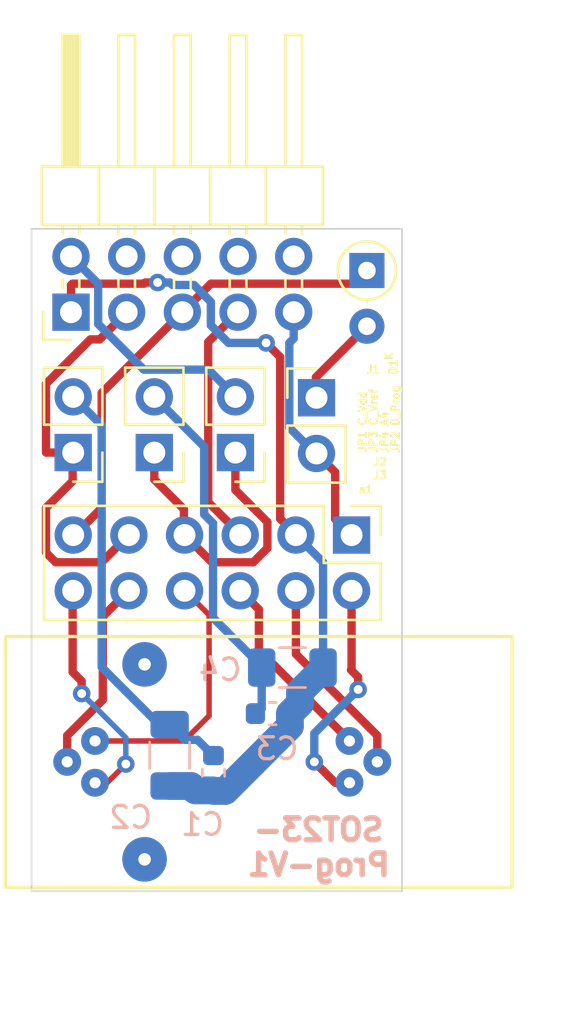
<source format=kicad_pcb>
(kicad_pcb (version 20171130) (host pcbnew 5.0.2-bee76a0~70~ubuntu18.04.1)

  (general
    (thickness 1.6)
    (drawings 6)
    (tracks 130)
    (zones 0)
    (modules 12)
    (nets 21)
  )

  (page A4)
  (layers
    (0 F.Cu signal)
    (31 B.Cu signal)
    (32 B.Adhes user)
    (33 F.Adhes user)
    (34 B.Paste user)
    (35 F.Paste user)
    (36 B.SilkS user)
    (37 F.SilkS user)
    (38 B.Mask user)
    (39 F.Mask user)
    (40 Dwgs.User user)
    (41 Cmts.User user)
    (42 Eco1.User user)
    (43 Eco2.User user)
    (44 Edge.Cuts user)
    (45 Margin user)
    (46 B.CrtYd user)
    (47 F.CrtYd user)
    (48 B.Fab user)
    (49 F.Fab user)
  )

  (setup
    (last_trace_width 0.25)
    (user_trace_width 0.381)
    (user_trace_width 1.27)
    (trace_clearance 0.2)
    (zone_clearance 0.508)
    (zone_45_only no)
    (trace_min 0.1778)
    (segment_width 0.2)
    (edge_width 0.762)
    (via_size 0.8)
    (via_drill 0.4)
    (via_min_size 0.508)
    (via_min_drill 0.254)
    (uvia_size 0.3)
    (uvia_drill 0.1)
    (uvias_allowed no)
    (uvia_min_size 0.2)
    (uvia_min_drill 0.1)
    (pcb_text_width 0.3)
    (pcb_text_size 1.5 1.5)
    (mod_edge_width 0.15)
    (mod_text_size 1 1)
    (mod_text_width 0.15)
    (pad_size 1.524 1.524)
    (pad_drill 0.762)
    (pad_to_mask_clearance 0.051)
    (solder_mask_min_width 0.1016)
    (aux_axis_origin 0 0)
    (visible_elements FFFFFF7F)
    (pcbplotparams
      (layerselection 0x010fc_ffffffff)
      (usegerberextensions false)
      (usegerberattributes false)
      (usegerberadvancedattributes false)
      (creategerberjobfile false)
      (excludeedgelayer true)
      (linewidth 0.100000)
      (plotframeref false)
      (viasonmask false)
      (mode 1)
      (useauxorigin false)
      (hpglpennumber 1)
      (hpglpenspeed 20)
      (hpglpendiameter 15.000000)
      (psnegative false)
      (psa4output false)
      (plotreference true)
      (plotvalue true)
      (plotinvisibletext false)
      (padsonsilk false)
      (subtractmaskfromsilk false)
      (outputformat 1)
      (mirror false)
      (drillshape 1)
      (scaleselection 1)
      (outputdirectory ""))
  )

  (net 0 "")
  (net 1 "Net-(J1-Pad9)")
  (net 2 "Net-(J2-Padb1)")
  (net 3 "Net-(C1-Pad2)")
  (net 4 "Net-(J2-Padb2)")
  (net 5 "Net-(J1-Pad7)")
  (net 6 "Net-(J2-Padb3)")
  (net 7 "Net-(J2-Pada4)")
  (net 8 "Net-(J2-Padb4)")
  (net 9 "Net-(J1-Pad3)")
  (net 10 "Net-(J2-Padb5)")
  (net 11 "Net-(J2-Padb6)")
  (net 12 "Net-(D1-Pad2)")
  (net 13 "Net-(D1-Pad1)")
  (net 14 "Net-(J1-Pad2)")
  (net 15 "Net-(J1-Pad4)")
  (net 16 "Net-(J1-Pad6)")
  (net 17 "Net-(J1-Pad8)")
  (net 18 "Net-(J1-Pad10)")
  (net 19 "Net-(C1-Pad1)")
  (net 20 "Net-(C3-Pad1)")

  (net_class Default "This is the default net class."
    (clearance 0.2)
    (trace_width 0.25)
    (via_dia 0.8)
    (via_drill 0.4)
    (uvia_dia 0.3)
    (uvia_drill 0.1)
    (add_net "Net-(C1-Pad1)")
    (add_net "Net-(C1-Pad2)")
    (add_net "Net-(C3-Pad1)")
    (add_net "Net-(D1-Pad1)")
    (add_net "Net-(D1-Pad2)")
    (add_net "Net-(J1-Pad10)")
    (add_net "Net-(J1-Pad2)")
    (add_net "Net-(J1-Pad3)")
    (add_net "Net-(J1-Pad4)")
    (add_net "Net-(J1-Pad6)")
    (add_net "Net-(J1-Pad7)")
    (add_net "Net-(J1-Pad8)")
    (add_net "Net-(J1-Pad9)")
    (add_net "Net-(J2-Pada4)")
    (add_net "Net-(J2-Padb1)")
    (add_net "Net-(J2-Padb2)")
    (add_net "Net-(J2-Padb3)")
    (add_net "Net-(J2-Padb4)")
    (add_net "Net-(J2-Padb5)")
    (add_net "Net-(J2-Padb6)")
  )

  (module Diode_THT:D_DO-35_SOD27_P2.54mm_Vertical_AnodeUp (layer F.Cu) (tedit 5D11B411) (tstamp 5D2483F5)
    (at 137.8 75 270)
    (descr "Diode, DO-35_SOD27 series, Axial, Vertical, pin pitch=2.54mm, , length*diameter=4*2mm^2, , http://www.diodes.com/_files/packages/DO-35.pdf")
    (tags "Diode DO-35_SOD27 series Axial Vertical pin pitch 2.54mm  length 4mm diameter 2mm")
    (path /5D116AF5)
    (fp_text reference D1 (at 4.4 -1.2 270) (layer F.SilkS)
      (effects (font (size 0.354 0.354) (thickness 0.0885)))
    )
    (fp_text value DIODE (at 1.27 3.215371 270) (layer F.Fab)
      (effects (font (size 1 1) (thickness 0.15)))
    )
    (fp_circle (center 0 0) (end 1 0) (layer F.Fab) (width 0.1))
    (fp_circle (center 0 0) (end 1.326371 0) (layer F.SilkS) (width 0.12))
    (fp_line (start 0 0) (end 2.54 0) (layer F.Fab) (width 0.1))
    (fp_line (start 1.326371 0) (end 1.44 0) (layer F.SilkS) (width 0.12))
    (fp_line (start -1.25 -1.25) (end -1.25 1.25) (layer F.CrtYd) (width 0.05))
    (fp_line (start -1.25 1.25) (end 3.59 1.25) (layer F.CrtYd) (width 0.05))
    (fp_line (start 3.59 1.25) (end 3.59 -1.25) (layer F.CrtYd) (width 0.05))
    (fp_line (start 3.59 -1.25) (end -1.25 -1.25) (layer F.CrtYd) (width 0.05))
    (fp_text user %R (at 1.27 -2.326371 270) (layer F.Fab)
      (effects (font (size 1 1) (thickness 0.15)))
    )
    (fp_text user K (at 3.9 -1 270) (layer F.Fab)
      (effects (font (size 0.354 0.354) (thickness 0.0885)))
    )
    (fp_text user K (at 3.9 -1 270) (layer F.SilkS)
      (effects (font (size 0.354 0.354) (thickness 0.0885)))
    )
    (pad 1 thru_hole rect (at 0 0 270) (size 1.6 1.6) (drill 0.8) (layers *.Cu *.Mask)
      (net 13 "Net-(D1-Pad1)"))
    (pad 2 thru_hole oval (at 2.54 0 270) (size 1.6 1.6) (drill 0.8) (layers *.Cu *.Mask)
      (net 12 "Net-(D1-Pad2)"))
    (model ${KISYS3DMOD}/Diode_THT.3dshapes/D_DO-35_SOD27_P2.54mm_Vertical_AnodeUp.wrl
      (at (xyz 0 0 0))
      (scale (xyz 1 1 1))
      (rotate (xyz 0 0 0))
    )
  )

  (module Connector_PinHeader_2.54mm:PinHeader_1x02_P2.54mm_Vertical (layer F.Cu) (tedit 5D11B523) (tstamp 5D24686F)
    (at 131.8 83.3 180)
    (descr "Through hole straight pin header, 1x02, 2.54mm pitch, single row")
    (tags "Through hole pin header THT 1x02 2.54mm single row")
    (path /5D12AE1B)
    (fp_text reference "JP4 A4" (at -6.8 0.925 270) (layer F.SilkS)
      (effects (font (size 0.354 0.354) (thickness 0.0885)))
    )
    (fp_text value Conn_a4 (at 0 4.87 180) (layer F.Fab)
      (effects (font (size 1 1) (thickness 0.15)))
    )
    (fp_line (start -0.635 -1.27) (end 1.27 -1.27) (layer F.Fab) (width 0.1))
    (fp_line (start 1.27 -1.27) (end 1.27 3.81) (layer F.Fab) (width 0.1))
    (fp_line (start 1.27 3.81) (end -1.27 3.81) (layer F.Fab) (width 0.1))
    (fp_line (start -1.27 3.81) (end -1.27 -0.635) (layer F.Fab) (width 0.1))
    (fp_line (start -1.27 -0.635) (end -0.635 -1.27) (layer F.Fab) (width 0.1))
    (fp_line (start -1.33 3.87) (end 1.33 3.87) (layer F.SilkS) (width 0.12))
    (fp_line (start -1.33 1.27) (end -1.33 3.87) (layer F.SilkS) (width 0.12))
    (fp_line (start 1.33 1.27) (end 1.33 3.87) (layer F.SilkS) (width 0.12))
    (fp_line (start -1.33 1.27) (end 1.33 1.27) (layer F.SilkS) (width 0.12))
    (fp_line (start -1.33 0) (end -1.33 -1.33) (layer F.SilkS) (width 0.12))
    (fp_line (start -1.33 -1.33) (end 0 -1.33) (layer F.SilkS) (width 0.12))
    (fp_line (start -1.8 -1.8) (end -1.8 4.35) (layer F.CrtYd) (width 0.05))
    (fp_line (start -1.8 4.35) (end 1.8 4.35) (layer F.CrtYd) (width 0.05))
    (fp_line (start 1.8 4.35) (end 1.8 -1.8) (layer F.CrtYd) (width 0.05))
    (fp_line (start 1.8 -1.8) (end -1.8 -1.8) (layer F.CrtYd) (width 0.05))
    (fp_text user %R (at 0 1.27 -90) (layer F.Fab)
      (effects (font (size 1 1) (thickness 0.15)))
    )
    (pad 1 thru_hole rect (at 0 0 180) (size 1.7 1.7) (drill 1) (layers *.Cu *.Mask)
      (net 7 "Net-(J2-Pada4)"))
    (pad 2 thru_hole oval (at 0 2.54 180) (size 1.7 1.7) (drill 1) (layers *.Cu *.Mask)
      (net 14 "Net-(J1-Pad2)"))
    (model ${KISYS3DMOD}/Connector_PinHeader_2.54mm.3dshapes/PinHeader_1x02_P2.54mm_Vertical.wrl
      (at (xyz 0 0 0))
      (scale (xyz 1 1 1))
      (rotate (xyz 0 0 0))
    )
  )

  (module sot23-prog-v1:wells-499-p44-20 (layer F.Cu) (tedit 5D11B1E0) (tstamp 5D24C101)
    (at 131.2 97.4 90)
    (path /5D115B6F)
    (fp_text reference J3 (at 13.075 7.2 180) (layer F.SilkS)
      (effects (font (size 0.354 0.354) (thickness 0.0885)))
    )
    (fp_text value Conn_02x03_Counter_Clockwise (at 0 -0.5 90) (layer F.Fab)
      (effects (font (size 1 1) (thickness 0.15)))
    )
    (fp_line (start -5.715 -9.8933) (end 5.715 -9.8933) (layer F.SilkS) (width 0.15))
    (fp_line (start 5.715 -9.8933) (end 5.715 13.2207) (layer F.SilkS) (width 0.15))
    (fp_line (start 5.715 13.2207) (end -5.715 13.2207) (layer F.SilkS) (width 0.15))
    (fp_line (start -5.715 13.2207) (end -5.715 -9.8933) (layer F.SilkS) (width 0.15))
    (fp_line (start -5.715 15.7607) (end -5.715 -9.8933) (layer F.CrtYd) (width 0.15))
    (fp_line (start -5.715 -9.8933) (end 5.715 -9.8933) (layer F.CrtYd) (width 0.15))
    (fp_line (start 5.715 15.7607) (end -5.715 15.7607) (layer F.CrtYd) (width 0.15))
    (fp_line (start 5.715 -9.8933) (end 5.715 15.7607) (layer F.CrtYd) (width 0.15))
    (fp_text user "Space for" (at -2.159 13.843 90) (layer F.Fab)
      (effects (font (size 1 1) (thickness 0.15)))
    )
    (fp_text user "operating latch" (at 0 14.859 90) (layer F.Fab)
      (effects (font (size 1 1) (thickness 0.15)))
    )
    (pad 1 thru_hole circle (at -0.9525 5.8039 90) (size 1.27 1.27) (drill 0.508) (layers *.Cu *.Mask)
      (net 2 "Net-(J2-Padb1)"))
    (pad 2 thru_hole circle (at 0 7.0739 90) (size 1.27 1.27) (drill 0.508) (layers *.Cu *.Mask)
      (net 4 "Net-(J2-Padb2)"))
    (pad 3 thru_hole circle (at 0.9525 5.8039 90) (size 1.27 1.27) (drill 0.508) (layers *.Cu *.Mask)
      (net 6 "Net-(J2-Padb3)"))
    (pad 4 thru_hole circle (at 0.9525 -5.8039 90) (size 1.27 1.27) (drill 0.508) (layers *.Cu *.Mask)
      (net 8 "Net-(J2-Padb4)"))
    (pad 5 thru_hole circle (at 0 -7.0739 90) (size 1.27 1.27) (drill 0.508) (layers *.Cu *.Mask)
      (net 10 "Net-(J2-Padb5)"))
    (pad 6 thru_hole circle (at -0.9525 -5.8039 90) (size 1.27 1.27) (drill 0.508) (layers *.Cu *.Mask)
      (net 11 "Net-(J2-Padb6)"))
    (pad "" thru_hole circle (at -4.445 -3.5433 90) (size 2.032 2.032) (drill 0.5715) (layers *.Cu *.Mask))
    (pad "" thru_hole circle (at 4.445 -3.5433 90) (size 2.032 2.032) (drill 0.5715) (layers *.Cu *.Mask))
  )

  (module Capacitor_SMD:C_0603_1608Metric (layer B.Cu) (tedit 5B301BBE) (tstamp 5D249217)
    (at 133.5 95.2)
    (descr "Capacitor SMD 0603 (1608 Metric), square (rectangular) end terminal, IPC_7351 nominal, (Body size source: http://www.tortai-tech.com/upload/download/2011102023233369053.pdf), generated with kicad-footprint-generator")
    (tags capacitor)
    (path /5D1215C1)
    (attr smd)
    (fp_text reference C3 (at 0.2 1.6) (layer B.SilkS)
      (effects (font (size 1 1) (thickness 0.15)) (justify mirror))
    )
    (fp_text value 100pF (at 0 -1.43) (layer B.Fab)
      (effects (font (size 1 1) (thickness 0.15)) (justify mirror))
    )
    (fp_text user %R (at 0 0) (layer B.Fab)
      (effects (font (size 0.4 0.4) (thickness 0.06)) (justify mirror))
    )
    (fp_line (start 1.48 -0.73) (end -1.48 -0.73) (layer B.CrtYd) (width 0.05))
    (fp_line (start 1.48 0.73) (end 1.48 -0.73) (layer B.CrtYd) (width 0.05))
    (fp_line (start -1.48 0.73) (end 1.48 0.73) (layer B.CrtYd) (width 0.05))
    (fp_line (start -1.48 -0.73) (end -1.48 0.73) (layer B.CrtYd) (width 0.05))
    (fp_line (start -0.162779 -0.51) (end 0.162779 -0.51) (layer B.SilkS) (width 0.12))
    (fp_line (start -0.162779 0.51) (end 0.162779 0.51) (layer B.SilkS) (width 0.12))
    (fp_line (start 0.8 -0.4) (end -0.8 -0.4) (layer B.Fab) (width 0.1))
    (fp_line (start 0.8 0.4) (end 0.8 -0.4) (layer B.Fab) (width 0.1))
    (fp_line (start -0.8 0.4) (end 0.8 0.4) (layer B.Fab) (width 0.1))
    (fp_line (start -0.8 -0.4) (end -0.8 0.4) (layer B.Fab) (width 0.1))
    (pad 2 smd roundrect (at 0.7875 0) (size 0.875 0.95) (layers B.Cu B.Paste B.Mask) (roundrect_rratio 0.25)
      (net 3 "Net-(C1-Pad2)"))
    (pad 1 smd roundrect (at -0.7875 0) (size 0.875 0.95) (layers B.Cu B.Paste B.Mask) (roundrect_rratio 0.25)
      (net 20 "Net-(C3-Pad1)"))
    (model ${KISYS3DMOD}/Capacitor_SMD.3dshapes/C_0603_1608Metric.wrl
      (at (xyz 0 0 0))
      (scale (xyz 1 1 1))
      (rotate (xyz 0 0 0))
    )
  )

  (module Capacitor_SMD:C_0603_1608Metric (layer B.Cu) (tedit 5B301BBE) (tstamp 5D24862E)
    (at 130.8 97.9 270)
    (descr "Capacitor SMD 0603 (1608 Metric), square (rectangular) end terminal, IPC_7351 nominal, (Body size source: http://www.tortai-tech.com/upload/download/2011102023233369053.pdf), generated with kicad-footprint-generator")
    (tags capacitor)
    (path /5D11C26E)
    (attr smd)
    (fp_text reference C1 (at 2.35 0.5) (layer B.SilkS)
      (effects (font (size 1 1) (thickness 0.15)) (justify mirror))
    )
    (fp_text value 100pF (at 0 -1.43 270) (layer B.Fab)
      (effects (font (size 1 1) (thickness 0.15)) (justify mirror))
    )
    (fp_line (start -0.8 -0.4) (end -0.8 0.4) (layer B.Fab) (width 0.1))
    (fp_line (start -0.8 0.4) (end 0.8 0.4) (layer B.Fab) (width 0.1))
    (fp_line (start 0.8 0.4) (end 0.8 -0.4) (layer B.Fab) (width 0.1))
    (fp_line (start 0.8 -0.4) (end -0.8 -0.4) (layer B.Fab) (width 0.1))
    (fp_line (start -0.162779 0.51) (end 0.162779 0.51) (layer B.SilkS) (width 0.12))
    (fp_line (start -0.162779 -0.51) (end 0.162779 -0.51) (layer B.SilkS) (width 0.12))
    (fp_line (start -1.48 -0.73) (end -1.48 0.73) (layer B.CrtYd) (width 0.05))
    (fp_line (start -1.48 0.73) (end 1.48 0.73) (layer B.CrtYd) (width 0.05))
    (fp_line (start 1.48 0.73) (end 1.48 -0.73) (layer B.CrtYd) (width 0.05))
    (fp_line (start 1.48 -0.73) (end -1.48 -0.73) (layer B.CrtYd) (width 0.05))
    (fp_text user %R (at 0 0 270) (layer B.Fab)
      (effects (font (size 0.4 0.4) (thickness 0.06)) (justify mirror))
    )
    (pad 1 smd roundrect (at -0.7875 0 270) (size 0.875 0.95) (layers B.Cu B.Paste B.Mask) (roundrect_rratio 0.25)
      (net 19 "Net-(C1-Pad1)"))
    (pad 2 smd roundrect (at 0.7875 0 270) (size 0.875 0.95) (layers B.Cu B.Paste B.Mask) (roundrect_rratio 0.25)
      (net 3 "Net-(C1-Pad2)"))
    (model ${KISYS3DMOD}/Capacitor_SMD.3dshapes/C_0603_1608Metric.wrl
      (at (xyz 0 0 0))
      (scale (xyz 1 1 1))
      (rotate (xyz 0 0 0))
    )
  )

  (module Capacitor_SMD:C_1206_3216Metric (layer B.Cu) (tedit 5B301BBE) (tstamp 5D244EAE)
    (at 134.4 93.1)
    (descr "Capacitor SMD 1206 (3216 Metric), square (rectangular) end terminal, IPC_7351 nominal, (Body size source: http://www.tortai-tech.com/upload/download/2011102023233369053.pdf), generated with kicad-footprint-generator")
    (tags capacitor)
    (path /5D1215CA)
    (attr smd)
    (fp_text reference C4 (at -3.3 0.1) (layer B.SilkS)
      (effects (font (size 1 1) (thickness 0.15)) (justify mirror))
    )
    (fp_text value 1uF (at 0 -1.82) (layer B.Fab)
      (effects (font (size 1 1) (thickness 0.15)) (justify mirror))
    )
    (fp_text user %R (at 0 0) (layer B.Fab)
      (effects (font (size 0.8 0.8) (thickness 0.12)) (justify mirror))
    )
    (fp_line (start 2.28 -1.12) (end -2.28 -1.12) (layer B.CrtYd) (width 0.05))
    (fp_line (start 2.28 1.12) (end 2.28 -1.12) (layer B.CrtYd) (width 0.05))
    (fp_line (start -2.28 1.12) (end 2.28 1.12) (layer B.CrtYd) (width 0.05))
    (fp_line (start -2.28 -1.12) (end -2.28 1.12) (layer B.CrtYd) (width 0.05))
    (fp_line (start -0.602064 -0.91) (end 0.602064 -0.91) (layer B.SilkS) (width 0.12))
    (fp_line (start -0.602064 0.91) (end 0.602064 0.91) (layer B.SilkS) (width 0.12))
    (fp_line (start 1.6 -0.8) (end -1.6 -0.8) (layer B.Fab) (width 0.1))
    (fp_line (start 1.6 0.8) (end 1.6 -0.8) (layer B.Fab) (width 0.1))
    (fp_line (start -1.6 0.8) (end 1.6 0.8) (layer B.Fab) (width 0.1))
    (fp_line (start -1.6 -0.8) (end -1.6 0.8) (layer B.Fab) (width 0.1))
    (pad 2 smd roundrect (at 1.4 0) (size 1.25 1.75) (layers B.Cu B.Paste B.Mask) (roundrect_rratio 0.2)
      (net 3 "Net-(C1-Pad2)"))
    (pad 1 smd roundrect (at -1.4 0) (size 1.25 1.75) (layers B.Cu B.Paste B.Mask) (roundrect_rratio 0.2)
      (net 20 "Net-(C3-Pad1)"))
    (model ${KISYS3DMOD}/Capacitor_SMD.3dshapes/C_1206_3216Metric.wrl
      (at (xyz 0 0 0))
      (scale (xyz 1 1 1))
      (rotate (xyz 0 0 0))
    )
  )

  (module Capacitor_SMD:C_1206_3216Metric (layer B.Cu) (tedit 5B301BBE) (tstamp 5D244E9D)
    (at 128.8 97.1 270)
    (descr "Capacitor SMD 1206 (3216 Metric), square (rectangular) end terminal, IPC_7351 nominal, (Body size source: http://www.tortai-tech.com/upload/download/2011102023233369053.pdf), generated with kicad-footprint-generator")
    (tags capacitor)
    (path /5D11E859)
    (attr smd)
    (fp_text reference C2 (at 2.825 1.775) (layer B.SilkS)
      (effects (font (size 1 1) (thickness 0.15)) (justify mirror))
    )
    (fp_text value 1uF (at 0 -1.82 270) (layer B.Fab)
      (effects (font (size 1 1) (thickness 0.15)) (justify mirror))
    )
    (fp_line (start -1.6 -0.8) (end -1.6 0.8) (layer B.Fab) (width 0.1))
    (fp_line (start -1.6 0.8) (end 1.6 0.8) (layer B.Fab) (width 0.1))
    (fp_line (start 1.6 0.8) (end 1.6 -0.8) (layer B.Fab) (width 0.1))
    (fp_line (start 1.6 -0.8) (end -1.6 -0.8) (layer B.Fab) (width 0.1))
    (fp_line (start -0.602064 0.91) (end 0.602064 0.91) (layer B.SilkS) (width 0.12))
    (fp_line (start -0.602064 -0.91) (end 0.602064 -0.91) (layer B.SilkS) (width 0.12))
    (fp_line (start -2.28 -1.12) (end -2.28 1.12) (layer B.CrtYd) (width 0.05))
    (fp_line (start -2.28 1.12) (end 2.28 1.12) (layer B.CrtYd) (width 0.05))
    (fp_line (start 2.28 1.12) (end 2.28 -1.12) (layer B.CrtYd) (width 0.05))
    (fp_line (start 2.28 -1.12) (end -2.28 -1.12) (layer B.CrtYd) (width 0.05))
    (fp_text user %R (at 0 0) (layer B.Fab)
      (effects (font (size 0.8 0.8) (thickness 0.12)) (justify mirror))
    )
    (pad 1 smd roundrect (at -1.4 0 270) (size 1.25 1.75) (layers B.Cu B.Paste B.Mask) (roundrect_rratio 0.2)
      (net 19 "Net-(C1-Pad1)"))
    (pad 2 smd roundrect (at 1.4 0 270) (size 1.25 1.75) (layers B.Cu B.Paste B.Mask) (roundrect_rratio 0.2)
      (net 3 "Net-(C1-Pad2)"))
    (model ${KISYS3DMOD}/Capacitor_SMD.3dshapes/C_1206_3216Metric.wrl
      (at (xyz 0 0 0))
      (scale (xyz 1 1 1))
      (rotate (xyz 0 0 0))
    )
  )

  (module Connector_PinHeader_2.54mm:PinHeader_1x02_P2.54mm_Vertical (layer F.Cu) (tedit 5D11B4E6) (tstamp 5D24A9FC)
    (at 128.1 83.3 180)
    (descr "Through hole straight pin header, 1x02, 2.54mm pitch, single row")
    (tags "Through hole pin header THT 1x02 2.54mm single row")
    (path /5D1215D6)
    (fp_text reference "JP3 C_Vref" (at -10 1.45 270) (layer F.SilkS)
      (effects (font (size 0.354 0.354) (thickness 0.0885)))
    )
    (fp_text value Vref_Cap (at 0 4.87 180) (layer F.Fab)
      (effects (font (size 1 1) (thickness 0.15)))
    )
    (fp_line (start -0.635 -1.27) (end 1.27 -1.27) (layer F.Fab) (width 0.1))
    (fp_line (start 1.27 -1.27) (end 1.27 3.81) (layer F.Fab) (width 0.1))
    (fp_line (start 1.27 3.81) (end -1.27 3.81) (layer F.Fab) (width 0.1))
    (fp_line (start -1.27 3.81) (end -1.27 -0.635) (layer F.Fab) (width 0.1))
    (fp_line (start -1.27 -0.635) (end -0.635 -1.27) (layer F.Fab) (width 0.1))
    (fp_line (start -1.33 3.87) (end 1.33 3.87) (layer F.SilkS) (width 0.12))
    (fp_line (start -1.33 1.27) (end -1.33 3.87) (layer F.SilkS) (width 0.12))
    (fp_line (start 1.33 1.27) (end 1.33 3.87) (layer F.SilkS) (width 0.12))
    (fp_line (start -1.33 1.27) (end 1.33 1.27) (layer F.SilkS) (width 0.12))
    (fp_line (start -1.33 0) (end -1.33 -1.33) (layer F.SilkS) (width 0.12))
    (fp_line (start -1.33 -1.33) (end 0 -1.33) (layer F.SilkS) (width 0.12))
    (fp_line (start -1.8 -1.8) (end -1.8 4.35) (layer F.CrtYd) (width 0.05))
    (fp_line (start -1.8 4.35) (end 1.8 4.35) (layer F.CrtYd) (width 0.05))
    (fp_line (start 1.8 4.35) (end 1.8 -1.8) (layer F.CrtYd) (width 0.05))
    (fp_line (start 1.8 -1.8) (end -1.8 -1.8) (layer F.CrtYd) (width 0.05))
    (fp_text user %R (at 0 1.27 270) (layer F.Fab)
      (effects (font (size 1 1) (thickness 0.15)))
    )
    (pad 1 thru_hole rect (at 0 0 180) (size 1.7 1.7) (drill 1) (layers *.Cu *.Mask)
      (net 7 "Net-(J2-Pada4)"))
    (pad 2 thru_hole oval (at 0 2.54 180) (size 1.7 1.7) (drill 1) (layers *.Cu *.Mask)
      (net 20 "Net-(C3-Pad1)"))
    (model ${KISYS3DMOD}/Connector_PinHeader_2.54mm.3dshapes/PinHeader_1x02_P2.54mm_Vertical.wrl
      (at (xyz 0 0 0))
      (scale (xyz 1 1 1))
      (rotate (xyz 0 0 0))
    )
  )

  (module Connector_PinHeader_2.54mm:PinHeader_1x02_P2.54mm_Vertical (layer F.Cu) (tedit 5D11B535) (tstamp 5D24997A)
    (at 135.5 80.8)
    (descr "Through hole straight pin header, 1x02, 2.54mm pitch, single row")
    (tags "Through hole pin header THT 1x02 2.54mm single row")
    (path /5D116FE5)
    (fp_text reference "JP2 D_Prog" (at 3.6 0.975 90) (layer F.SilkS)
      (effects (font (size 0.354 0.354) (thickness 0.0885)))
    )
    (fp_text value D_Prog (at 0 4.87) (layer F.Fab)
      (effects (font (size 1 1) (thickness 0.15)))
    )
    (fp_text user %R (at 0 1.27 -270) (layer F.Fab)
      (effects (font (size 1 1) (thickness 0.15)))
    )
    (fp_line (start 1.8 -1.8) (end -1.8 -1.8) (layer F.CrtYd) (width 0.05))
    (fp_line (start 1.8 4.35) (end 1.8 -1.8) (layer F.CrtYd) (width 0.05))
    (fp_line (start -1.8 4.35) (end 1.8 4.35) (layer F.CrtYd) (width 0.05))
    (fp_line (start -1.8 -1.8) (end -1.8 4.35) (layer F.CrtYd) (width 0.05))
    (fp_line (start -1.33 -1.33) (end 0 -1.33) (layer F.SilkS) (width 0.12))
    (fp_line (start -1.33 0) (end -1.33 -1.33) (layer F.SilkS) (width 0.12))
    (fp_line (start -1.33 1.27) (end 1.33 1.27) (layer F.SilkS) (width 0.12))
    (fp_line (start 1.33 1.27) (end 1.33 3.87) (layer F.SilkS) (width 0.12))
    (fp_line (start -1.33 1.27) (end -1.33 3.87) (layer F.SilkS) (width 0.12))
    (fp_line (start -1.33 3.87) (end 1.33 3.87) (layer F.SilkS) (width 0.12))
    (fp_line (start -1.27 -0.635) (end -0.635 -1.27) (layer F.Fab) (width 0.1))
    (fp_line (start -1.27 3.81) (end -1.27 -0.635) (layer F.Fab) (width 0.1))
    (fp_line (start 1.27 3.81) (end -1.27 3.81) (layer F.Fab) (width 0.1))
    (fp_line (start 1.27 -1.27) (end 1.27 3.81) (layer F.Fab) (width 0.1))
    (fp_line (start -0.635 -1.27) (end 1.27 -1.27) (layer F.Fab) (width 0.1))
    (pad 2 thru_hole oval (at 0 2.54) (size 1.7 1.7) (drill 1) (layers *.Cu *.Mask)
      (net 1 "Net-(J1-Pad9)"))
    (pad 1 thru_hole rect (at 0 0) (size 1.7 1.7) (drill 1) (layers *.Cu *.Mask)
      (net 12 "Net-(D1-Pad2)"))
    (model ${KISYS3DMOD}/Connector_PinHeader_2.54mm.3dshapes/PinHeader_1x02_P2.54mm_Vertical.wrl
      (at (xyz 0 0 0))
      (scale (xyz 1 1 1))
      (rotate (xyz 0 0 0))
    )
  )

  (module Connector_PinHeader_2.54mm:PinHeader_1x02_P2.54mm_Vertical (layer F.Cu) (tedit 5D11B4D0) (tstamp 5D244E60)
    (at 124.4 83.3 180)
    (descr "Through hole straight pin header, 1x02, 2.54mm pitch, single row")
    (tags "Through hole pin header THT 1x02 2.54mm single row")
    (path /5D1204BA)
    (fp_text reference "JP1 C_Vdd" (at -13.2 1.4 270) (layer F.SilkS)
      (effects (font (size 0.348 0.348) (thickness 0.087)))
    )
    (fp_text value VDD_Cap (at 0 4.87 180) (layer F.Fab)
      (effects (font (size 1 1) (thickness 0.15)))
    )
    (fp_line (start -0.635 -1.27) (end 1.27 -1.27) (layer F.Fab) (width 0.1))
    (fp_line (start 1.27 -1.27) (end 1.27 3.81) (layer F.Fab) (width 0.1))
    (fp_line (start 1.27 3.81) (end -1.27 3.81) (layer F.Fab) (width 0.1))
    (fp_line (start -1.27 3.81) (end -1.27 -0.635) (layer F.Fab) (width 0.1))
    (fp_line (start -1.27 -0.635) (end -0.635 -1.27) (layer F.Fab) (width 0.1))
    (fp_line (start -1.33 3.87) (end 1.33 3.87) (layer F.SilkS) (width 0.12))
    (fp_line (start -1.33 1.27) (end -1.33 3.87) (layer F.SilkS) (width 0.12))
    (fp_line (start 1.33 1.27) (end 1.33 3.87) (layer F.SilkS) (width 0.12))
    (fp_line (start -1.33 1.27) (end 1.33 1.27) (layer F.SilkS) (width 0.12))
    (fp_line (start -1.33 0) (end -1.33 -1.33) (layer F.SilkS) (width 0.12))
    (fp_line (start -1.33 -1.33) (end 0 -1.33) (layer F.SilkS) (width 0.12))
    (fp_line (start -1.8 -1.8) (end -1.8 4.35) (layer F.CrtYd) (width 0.05))
    (fp_line (start -1.8 4.35) (end 1.8 4.35) (layer F.CrtYd) (width 0.05))
    (fp_line (start 1.8 4.35) (end 1.8 -1.8) (layer F.CrtYd) (width 0.05))
    (fp_line (start 1.8 -1.8) (end -1.8 -1.8) (layer F.CrtYd) (width 0.05))
    (fp_text user %R (at 0 1.27 270) (layer F.Fab)
      (effects (font (size 1 1) (thickness 0.15)))
    )
    (pad 1 thru_hole rect (at 0 0 180) (size 1.7 1.7) (drill 1) (layers *.Cu *.Mask)
      (net 9 "Net-(J1-Pad3)"))
    (pad 2 thru_hole oval (at 0 2.54 180) (size 1.7 1.7) (drill 1) (layers *.Cu *.Mask)
      (net 19 "Net-(C1-Pad1)"))
    (model ${KISYS3DMOD}/Connector_PinHeader_2.54mm.3dshapes/PinHeader_1x02_P2.54mm_Vertical.wrl
      (at (xyz 0 0 0))
      (scale (xyz 1 1 1))
      (rotate (xyz 0 0 0))
    )
  )

  (module Connector_PinHeader_2.54mm:PinHeader_2x05_P2.54mm_Horizontal (layer F.Cu) (tedit 5D11B193) (tstamp 5D249FD9)
    (at 124.3 76.9 90)
    (descr "Through hole angled pin header, 2x05, 2.54mm pitch, 6mm pin length, double rows")
    (tags "Through hole angled pin header THT 2x05 2.54mm double row")
    (path /5D115D50)
    (fp_text reference J1 (at -2.6 13.8 180) (layer F.SilkS)
      (effects (font (size 0.354 0.354) (thickness 0.0885)))
    )
    (fp_text value Conn_02x05_Odd_Even (at 5.655 12.43 90) (layer F.Fab)
      (effects (font (size 1 1) (thickness 0.15)))
    )
    (fp_line (start 4.675 -1.27) (end 6.58 -1.27) (layer F.Fab) (width 0.1))
    (fp_line (start 6.58 -1.27) (end 6.58 11.43) (layer F.Fab) (width 0.1))
    (fp_line (start 6.58 11.43) (end 4.04 11.43) (layer F.Fab) (width 0.1))
    (fp_line (start 4.04 11.43) (end 4.04 -0.635) (layer F.Fab) (width 0.1))
    (fp_line (start 4.04 -0.635) (end 4.675 -1.27) (layer F.Fab) (width 0.1))
    (fp_line (start -0.32 -0.32) (end 4.04 -0.32) (layer F.Fab) (width 0.1))
    (fp_line (start -0.32 -0.32) (end -0.32 0.32) (layer F.Fab) (width 0.1))
    (fp_line (start -0.32 0.32) (end 4.04 0.32) (layer F.Fab) (width 0.1))
    (fp_line (start 6.58 -0.32) (end 12.58 -0.32) (layer F.Fab) (width 0.1))
    (fp_line (start 12.58 -0.32) (end 12.58 0.32) (layer F.Fab) (width 0.1))
    (fp_line (start 6.58 0.32) (end 12.58 0.32) (layer F.Fab) (width 0.1))
    (fp_line (start -0.32 2.22) (end 4.04 2.22) (layer F.Fab) (width 0.1))
    (fp_line (start -0.32 2.22) (end -0.32 2.86) (layer F.Fab) (width 0.1))
    (fp_line (start -0.32 2.86) (end 4.04 2.86) (layer F.Fab) (width 0.1))
    (fp_line (start 6.58 2.22) (end 12.58 2.22) (layer F.Fab) (width 0.1))
    (fp_line (start 12.58 2.22) (end 12.58 2.86) (layer F.Fab) (width 0.1))
    (fp_line (start 6.58 2.86) (end 12.58 2.86) (layer F.Fab) (width 0.1))
    (fp_line (start -0.32 4.76) (end 4.04 4.76) (layer F.Fab) (width 0.1))
    (fp_line (start -0.32 4.76) (end -0.32 5.4) (layer F.Fab) (width 0.1))
    (fp_line (start -0.32 5.4) (end 4.04 5.4) (layer F.Fab) (width 0.1))
    (fp_line (start 6.58 4.76) (end 12.58 4.76) (layer F.Fab) (width 0.1))
    (fp_line (start 12.58 4.76) (end 12.58 5.4) (layer F.Fab) (width 0.1))
    (fp_line (start 6.58 5.4) (end 12.58 5.4) (layer F.Fab) (width 0.1))
    (fp_line (start -0.32 7.3) (end 4.04 7.3) (layer F.Fab) (width 0.1))
    (fp_line (start -0.32 7.3) (end -0.32 7.94) (layer F.Fab) (width 0.1))
    (fp_line (start -0.32 7.94) (end 4.04 7.94) (layer F.Fab) (width 0.1))
    (fp_line (start 6.58 7.3) (end 12.58 7.3) (layer F.Fab) (width 0.1))
    (fp_line (start 12.58 7.3) (end 12.58 7.94) (layer F.Fab) (width 0.1))
    (fp_line (start 6.58 7.94) (end 12.58 7.94) (layer F.Fab) (width 0.1))
    (fp_line (start -0.32 9.84) (end 4.04 9.84) (layer F.Fab) (width 0.1))
    (fp_line (start -0.32 9.84) (end -0.32 10.48) (layer F.Fab) (width 0.1))
    (fp_line (start -0.32 10.48) (end 4.04 10.48) (layer F.Fab) (width 0.1))
    (fp_line (start 6.58 9.84) (end 12.58 9.84) (layer F.Fab) (width 0.1))
    (fp_line (start 12.58 9.84) (end 12.58 10.48) (layer F.Fab) (width 0.1))
    (fp_line (start 6.58 10.48) (end 12.58 10.48) (layer F.Fab) (width 0.1))
    (fp_line (start 3.98 -1.33) (end 3.98 11.49) (layer F.SilkS) (width 0.12))
    (fp_line (start 3.98 11.49) (end 6.64 11.49) (layer F.SilkS) (width 0.12))
    (fp_line (start 6.64 11.49) (end 6.64 -1.33) (layer F.SilkS) (width 0.12))
    (fp_line (start 6.64 -1.33) (end 3.98 -1.33) (layer F.SilkS) (width 0.12))
    (fp_line (start 6.64 -0.38) (end 12.64 -0.38) (layer F.SilkS) (width 0.12))
    (fp_line (start 12.64 -0.38) (end 12.64 0.38) (layer F.SilkS) (width 0.12))
    (fp_line (start 12.64 0.38) (end 6.64 0.38) (layer F.SilkS) (width 0.12))
    (fp_line (start 6.64 -0.32) (end 12.64 -0.32) (layer F.SilkS) (width 0.12))
    (fp_line (start 6.64 -0.2) (end 12.64 -0.2) (layer F.SilkS) (width 0.12))
    (fp_line (start 6.64 -0.08) (end 12.64 -0.08) (layer F.SilkS) (width 0.12))
    (fp_line (start 6.64 0.04) (end 12.64 0.04) (layer F.SilkS) (width 0.12))
    (fp_line (start 6.64 0.16) (end 12.64 0.16) (layer F.SilkS) (width 0.12))
    (fp_line (start 6.64 0.28) (end 12.64 0.28) (layer F.SilkS) (width 0.12))
    (fp_line (start 3.582929 -0.38) (end 3.98 -0.38) (layer F.SilkS) (width 0.12))
    (fp_line (start 3.582929 0.38) (end 3.98 0.38) (layer F.SilkS) (width 0.12))
    (fp_line (start 1.11 -0.38) (end 1.497071 -0.38) (layer F.SilkS) (width 0.12))
    (fp_line (start 1.11 0.38) (end 1.497071 0.38) (layer F.SilkS) (width 0.12))
    (fp_line (start 3.98 1.27) (end 6.64 1.27) (layer F.SilkS) (width 0.12))
    (fp_line (start 6.64 2.16) (end 12.64 2.16) (layer F.SilkS) (width 0.12))
    (fp_line (start 12.64 2.16) (end 12.64 2.92) (layer F.SilkS) (width 0.12))
    (fp_line (start 12.64 2.92) (end 6.64 2.92) (layer F.SilkS) (width 0.12))
    (fp_line (start 3.582929 2.16) (end 3.98 2.16) (layer F.SilkS) (width 0.12))
    (fp_line (start 3.582929 2.92) (end 3.98 2.92) (layer F.SilkS) (width 0.12))
    (fp_line (start 1.042929 2.16) (end 1.497071 2.16) (layer F.SilkS) (width 0.12))
    (fp_line (start 1.042929 2.92) (end 1.497071 2.92) (layer F.SilkS) (width 0.12))
    (fp_line (start 3.98 3.81) (end 6.64 3.81) (layer F.SilkS) (width 0.12))
    (fp_line (start 6.64 4.7) (end 12.64 4.7) (layer F.SilkS) (width 0.12))
    (fp_line (start 12.64 4.7) (end 12.64 5.46) (layer F.SilkS) (width 0.12))
    (fp_line (start 12.64 5.46) (end 6.64 5.46) (layer F.SilkS) (width 0.12))
    (fp_line (start 3.582929 4.7) (end 3.98 4.7) (layer F.SilkS) (width 0.12))
    (fp_line (start 3.582929 5.46) (end 3.98 5.46) (layer F.SilkS) (width 0.12))
    (fp_line (start 1.042929 4.7) (end 1.497071 4.7) (layer F.SilkS) (width 0.12))
    (fp_line (start 1.042929 5.46) (end 1.497071 5.46) (layer F.SilkS) (width 0.12))
    (fp_line (start 3.98 6.35) (end 6.64 6.35) (layer F.SilkS) (width 0.12))
    (fp_line (start 6.64 7.24) (end 12.64 7.24) (layer F.SilkS) (width 0.12))
    (fp_line (start 12.64 7.24) (end 12.64 8) (layer F.SilkS) (width 0.12))
    (fp_line (start 12.64 8) (end 6.64 8) (layer F.SilkS) (width 0.12))
    (fp_line (start 3.582929 7.24) (end 3.98 7.24) (layer F.SilkS) (width 0.12))
    (fp_line (start 3.582929 8) (end 3.98 8) (layer F.SilkS) (width 0.12))
    (fp_line (start 1.042929 7.24) (end 1.497071 7.24) (layer F.SilkS) (width 0.12))
    (fp_line (start 1.042929 8) (end 1.497071 8) (layer F.SilkS) (width 0.12))
    (fp_line (start 3.98 8.89) (end 6.64 8.89) (layer F.SilkS) (width 0.12))
    (fp_line (start 6.64 9.78) (end 12.64 9.78) (layer F.SilkS) (width 0.12))
    (fp_line (start 12.64 9.78) (end 12.64 10.54) (layer F.SilkS) (width 0.12))
    (fp_line (start 12.64 10.54) (end 6.64 10.54) (layer F.SilkS) (width 0.12))
    (fp_line (start 3.582929 9.78) (end 3.98 9.78) (layer F.SilkS) (width 0.12))
    (fp_line (start 3.582929 10.54) (end 3.98 10.54) (layer F.SilkS) (width 0.12))
    (fp_line (start 1.042929 9.78) (end 1.497071 9.78) (layer F.SilkS) (width 0.12))
    (fp_line (start 1.042929 10.54) (end 1.497071 10.54) (layer F.SilkS) (width 0.12))
    (fp_line (start -1.27 0) (end -1.27 -1.27) (layer F.SilkS) (width 0.12))
    (fp_line (start -1.27 -1.27) (end 0 -1.27) (layer F.SilkS) (width 0.12))
    (fp_line (start -1.8 -1.8) (end -1.8 11.95) (layer F.CrtYd) (width 0.05))
    (fp_line (start -1.8 11.95) (end 13.1 11.95) (layer F.CrtYd) (width 0.05))
    (fp_line (start 13.1 11.95) (end 13.1 -1.8) (layer F.CrtYd) (width 0.05))
    (fp_line (start 13.1 -1.8) (end -1.8 -1.8) (layer F.CrtYd) (width 0.05))
    (fp_text user %R (at 5.31 5.08 180) (layer F.Fab)
      (effects (font (size 1 1) (thickness 0.15)))
    )
    (pad 1 thru_hole rect (at 0 0 90) (size 1.7 1.7) (drill 1) (layers *.Cu *.Mask)
      (net 3 "Net-(C1-Pad2)"))
    (pad 2 thru_hole oval (at 2.54 0 90) (size 1.7 1.7) (drill 1) (layers *.Cu *.Mask)
      (net 14 "Net-(J1-Pad2)"))
    (pad 3 thru_hole oval (at 0 2.54 90) (size 1.7 1.7) (drill 1) (layers *.Cu *.Mask)
      (net 9 "Net-(J1-Pad3)"))
    (pad 4 thru_hole oval (at 2.54 2.54 90) (size 1.7 1.7) (drill 1) (layers *.Cu *.Mask)
      (net 15 "Net-(J1-Pad4)"))
    (pad 5 thru_hole oval (at 0 5.08 90) (size 1.7 1.7) (drill 1) (layers *.Cu *.Mask)
      (net 13 "Net-(D1-Pad1)"))
    (pad 6 thru_hole oval (at 2.54 5.08 90) (size 1.7 1.7) (drill 1) (layers *.Cu *.Mask)
      (net 16 "Net-(J1-Pad6)"))
    (pad 7 thru_hole oval (at 0 7.62 90) (size 1.7 1.7) (drill 1) (layers *.Cu *.Mask)
      (net 5 "Net-(J1-Pad7)"))
    (pad 8 thru_hole oval (at 2.54 7.62 90) (size 1.7 1.7) (drill 1) (layers *.Cu *.Mask)
      (net 17 "Net-(J1-Pad8)"))
    (pad 9 thru_hole oval (at 0 10.16 90) (size 1.7 1.7) (drill 1) (layers *.Cu *.Mask)
      (net 1 "Net-(J1-Pad9)"))
    (pad 10 thru_hole oval (at 2.54 10.16 90) (size 1.7 1.7) (drill 1) (layers *.Cu *.Mask)
      (net 18 "Net-(J1-Pad10)"))
    (model ${KISYS3DMOD}/Connector_PinHeader_2.54mm.3dshapes/PinHeader_2x05_P2.54mm_Horizontal.wrl
      (at (xyz 0 0 0))
      (scale (xyz 1 1 1))
      (rotate (xyz 0 0 0))
    )
  )

  (module sot23-prog-v1:PinHeader_2x06_P2.54mm_Vertical_parallel_rows (layer F.Cu) (tedit 5D11B1AD) (tstamp 5D24C0AA)
    (at 137.1 87.06 270)
    (descr "Through hole straight pin header, 2x06, 2.54mm pitch, double rows")
    (tags "Through hole pin header THT 2x06 2.54mm double row")
    (path /5D115DBB)
    (fp_text reference J2 (at -3.335 -1.3) (layer F.SilkS)
      (effects (font (size 0.354 0.354) (thickness 0.0885)))
    )
    (fp_text value Conn_02x06_Row_Letter_First (at 1.27 15.03 270) (layer F.Fab)
      (effects (font (size 1 1) (thickness 0.15)))
    )
    (fp_line (start 0 -1.27) (end 3.81 -1.27) (layer F.Fab) (width 0.1))
    (fp_line (start 3.81 -1.27) (end 3.81 13.97) (layer F.Fab) (width 0.1))
    (fp_line (start 3.81 13.97) (end -1.27 13.97) (layer F.Fab) (width 0.1))
    (fp_line (start -1.27 13.97) (end -1.27 0) (layer F.Fab) (width 0.1))
    (fp_line (start -1.27 0) (end 0 -1.27) (layer F.Fab) (width 0.1))
    (fp_line (start -1.33 14.03) (end 3.87 14.03) (layer F.SilkS) (width 0.12))
    (fp_line (start -1.33 1.27) (end -1.33 14.03) (layer F.SilkS) (width 0.12))
    (fp_line (start 3.87 -1.33) (end 3.87 14.03) (layer F.SilkS) (width 0.12))
    (fp_line (start -1.33 1.27) (end 1.27 1.27) (layer F.SilkS) (width 0.12))
    (fp_line (start 1.27 1.27) (end 1.27 -1.33) (layer F.SilkS) (width 0.12))
    (fp_line (start 1.27 -1.33) (end 3.87 -1.33) (layer F.SilkS) (width 0.12))
    (fp_line (start -1.33 0) (end -1.33 -1.33) (layer F.SilkS) (width 0.12))
    (fp_line (start -1.33 -1.33) (end 0 -1.33) (layer F.SilkS) (width 0.12))
    (fp_line (start -1.8 -1.8) (end -1.8 14.5) (layer F.CrtYd) (width 0.05))
    (fp_line (start -1.8 14.5) (end 4.35 14.5) (layer F.CrtYd) (width 0.05))
    (fp_line (start 4.35 14.5) (end 4.35 -1.8) (layer F.CrtYd) (width 0.05))
    (fp_line (start 4.35 -1.8) (end -1.8 -1.8) (layer F.CrtYd) (width 0.05))
    (fp_text user %R (at 1.27 6.35) (layer F.Fab)
      (effects (font (size 1 1) (thickness 0.15)))
    )
    (pad a1 thru_hole rect (at 0 0 270) (size 1.7 1.7) (drill 1) (layers *.Cu *.Mask)
      (net 1 "Net-(J1-Pad9)"))
    (pad b1 thru_hole oval (at 2.54 0 270) (size 1.7 1.7) (drill 1) (layers *.Cu *.Mask)
      (net 2 "Net-(J2-Padb1)"))
    (pad a2 thru_hole oval (at 0 2.54 270) (size 1.7 1.7) (drill 1) (layers *.Cu *.Mask)
      (net 3 "Net-(C1-Pad2)"))
    (pad b2 thru_hole oval (at 2.54 2.54 270) (size 1.7 1.7) (drill 1) (layers *.Cu *.Mask)
      (net 4 "Net-(J2-Padb2)"))
    (pad a3 thru_hole oval (at 0 5.08 270) (size 1.7 1.7) (drill 1) (layers *.Cu *.Mask)
      (net 5 "Net-(J1-Pad7)"))
    (pad b3 thru_hole oval (at 2.54 5.08 270) (size 1.7 1.7) (drill 1) (layers *.Cu *.Mask)
      (net 6 "Net-(J2-Padb3)"))
    (pad a4 thru_hole oval (at 0 7.62 270) (size 1.7 1.7) (drill 1) (layers *.Cu *.Mask)
      (net 7 "Net-(J2-Pada4)"))
    (pad b4 thru_hole oval (at 2.54 7.62 270) (size 1.7 1.7) (drill 1) (layers *.Cu *.Mask)
      (net 8 "Net-(J2-Padb4)"))
    (pad a5 thru_hole oval (at 0 10.16 270) (size 1.7 1.7) (drill 1) (layers *.Cu *.Mask)
      (net 9 "Net-(J1-Pad3)"))
    (pad b5 thru_hole oval (at 2.54 10.16 270) (size 1.7 1.7) (drill 1) (layers *.Cu *.Mask)
      (net 10 "Net-(J2-Padb5)"))
    (pad a6 thru_hole oval (at 0 12.7 270) (size 1.7 1.7) (drill 1) (layers *.Cu *.Mask)
      (net 13 "Net-(D1-Pad1)"))
    (pad b6 thru_hole oval (at 2.54 12.7 270) (size 1.7 1.7) (drill 1) (layers *.Cu *.Mask)
      (net 11 "Net-(J2-Padb6)"))
    (model ${KISYS3DMOD}/Connector_PinHeader_2.54mm.3dshapes/PinHeader_2x06_P2.54mm_Vertical.wrl
      (at (xyz 0 0 0))
      (scale (xyz 1 1 1))
      (rotate (xyz 0 0 0))
    )
  )

  (gr_text "SOT23-\nProg-V1" (at 135.6 101.3) (layer B.SilkS)
    (effects (font (size 0.992 0.992) (thickness 0.248)) (justify mirror))
  )
  (gr_text a1 (at 137.75 84.975) (layer F.SilkS)
    (effects (font (size 0.3316 0.3316) (thickness 0.0829)))
  )
  (gr_line (start 122.5 73.1) (end 122.5 103.2) (layer Edge.Cuts) (width 0.0762) (tstamp 5D24B84B))
  (gr_line (start 122.5 103.3) (end 139.4 103.3) (layer Edge.Cuts) (width 0.0762) (tstamp 5D24B83B))
  (gr_line (start 139.4 73.1) (end 139.4 103.3) (layer Edge.Cuts) (width 0.0762))
  (gr_line (start 122.5 73.1) (end 139.4 73.1) (layer Edge.Cuts) (width 0.0762) (tstamp 5D24B838))

  (segment (start 136.349999 84.189999) (end 136.349999 86.324999) (width 0.381) (layer F.Cu) (net 1))
  (segment (start 135.5 83.34) (end 136.349999 84.189999) (width 0.381) (layer F.Cu) (net 1))
  (segment (start 136.349999 86.324999) (end 137.15 87.125) (width 0.381) (layer F.Cu) (net 1))
  (segment (start 134.259499 78.302582) (end 134.259499 82.159499) (width 0.381) (layer B.Cu) (net 1))
  (segment (start 134.46 76.9) (end 134.46 78.102081) (width 0.381) (layer B.Cu) (net 1))
  (segment (start 134.46 78.102081) (end 134.259499 78.302582) (width 0.381) (layer B.Cu) (net 1))
  (segment (start 134.259499 82.159499) (end 135.45 83.35) (width 0.381) (layer B.Cu) (net 1))
  (segment (start 135.45 83.35) (end 135.475 83.35) (width 0.381) (layer B.Cu) (net 1))
  (via (at 135.4 97.4) (size 0.8) (drill 0.4) (layers F.Cu B.Cu) (net 2))
  (via (at 137.4 94.1) (size 0.8) (drill 0.4) (layers F.Cu B.Cu) (net 2))
  (segment (start 137.3 94.1) (end 137.4 94.1) (width 0.25) (layer B.Cu) (net 2))
  (segment (start 137.4 90) (end 137 89.6) (width 0.25) (layer F.Cu) (net 2))
  (segment (start 136.3525 98.3525) (end 135.4 97.4) (width 0.381) (layer F.Cu) (net 2))
  (segment (start 137.0039 98.3525) (end 136.3525 98.3525) (width 0.381) (layer F.Cu) (net 2))
  (segment (start 137.4 93.534315) (end 137.075 93.209315) (width 0.381) (layer F.Cu) (net 2))
  (segment (start 137.4 94.1) (end 137.4 93.534315) (width 0.381) (layer F.Cu) (net 2))
  (segment (start 137.1 93.184315) (end 137.1 90.802081) (width 0.381) (layer F.Cu) (net 2))
  (segment (start 137.075 93.209315) (end 137.1 93.184315) (width 0.381) (layer F.Cu) (net 2))
  (segment (start 137.1 90.802081) (end 137.1 89.6) (width 0.381) (layer F.Cu) (net 2))
  (segment (start 135.4 96.1) (end 135.4 97.4) (width 0.381) (layer B.Cu) (net 2))
  (segment (start 137.4 94.1) (end 135.4 96.1) (width 0.381) (layer B.Cu) (net 2))
  (via (at 133.2 78.3) (size 0.8) (drill 0.4) (layers F.Cu B.Cu) (net 3))
  (via (at 128.252154 75.547846) (size 0.8) (drill 0.4) (layers F.Cu B.Cu) (net 3))
  (segment (start 127.686469 75.547846) (end 128.252154 75.547846) (width 0.381) (layer F.Cu) (net 3))
  (segment (start 127.633814 75.600501) (end 127.686469 75.547846) (width 0.381) (layer F.Cu) (net 3))
  (segment (start 124.368499 75.600501) (end 127.633814 75.600501) (width 0.381) (layer F.Cu) (net 3))
  (segment (start 124.3 75.669) (end 124.368499 75.600501) (width 0.381) (layer F.Cu) (net 3))
  (segment (start 124.3 76.9) (end 124.3 75.669) (width 0.381) (layer F.Cu) (net 3))
  (segment (start 133.84151 78.94151) (end 133.84151 86.31651) (width 0.381) (layer F.Cu) (net 3))
  (segment (start 133.2 78.3) (end 133.84151 78.94151) (width 0.381) (layer F.Cu) (net 3))
  (segment (start 133.84151 86.31651) (end 134.525 87) (width 0.381) (layer F.Cu) (net 3))
  (segment (start 134.525 87) (end 134.525 87.025) (width 0.381) (layer F.Cu) (net 3))
  (segment (start 134.525 87.025) (end 134.575 87.075) (width 0.381) (layer F.Cu) (net 3))
  (segment (start 132.634315 78.3) (end 133.2 78.3) (width 0.381) (layer B.Cu) (net 3))
  (segment (start 131.484058 78.3) (end 132.634315 78.3) (width 0.381) (layer B.Cu) (net 3))
  (segment (start 130.679499 77.495441) (end 131.484058 78.3) (width 0.381) (layer B.Cu) (net 3))
  (segment (start 130.679499 76.429499) (end 130.679499 77.495441) (width 0.381) (layer B.Cu) (net 3))
  (segment (start 129.909499 75.659499) (end 130.679499 76.429499) (width 0.381) (layer B.Cu) (net 3))
  (segment (start 128.929492 75.659499) (end 129.909499 75.659499) (width 0.381) (layer B.Cu) (net 3))
  (segment (start 128.817839 75.547846) (end 128.929492 75.659499) (width 0.381) (layer B.Cu) (net 3))
  (segment (start 128.252154 75.547846) (end 128.817839 75.547846) (width 0.381) (layer B.Cu) (net 3))
  (segment (start 129.775 98.5) (end 129.975 98.7) (width 1.27) (layer B.Cu) (net 3))
  (segment (start 128.8 98.5) (end 129.775 98.5) (width 1.27) (layer B.Cu) (net 3))
  (segment (start 129.975 98.7) (end 130.775 98.7) (width 1.27) (layer B.Cu) (net 3))
  (segment (start 134.2875 95.775) (end 131.3375 98.725) (width 1.27) (layer B.Cu) (net 3))
  (segment (start 134.2875 95.2) (end 134.2875 95.775) (width 1.27) (layer B.Cu) (net 3))
  (segment (start 131.3375 98.725) (end 130.8 98.725) (width 1.27) (layer B.Cu) (net 3))
  (segment (start 134.749112 94.738388) (end 134.749112 94.200888) (width 1.27) (layer B.Cu) (net 3))
  (segment (start 134.2875 95.2) (end 134.749112 94.738388) (width 1.27) (layer B.Cu) (net 3))
  (segment (start 134.749112 94.200888) (end 135.775 93.175) (width 1.27) (layer B.Cu) (net 3))
  (segment (start 135.800501 88.300501) (end 135.800501 93.074499) (width 0.381) (layer B.Cu) (net 3))
  (segment (start 134.56 87.06) (end 135.800501 88.300501) (width 0.381) (layer B.Cu) (net 3))
  (segment (start 135.800501 93.074499) (end 135.8 93.075) (width 0.381) (layer B.Cu) (net 3))
  (segment (start 134.56 92.485858) (end 138.275 96.200858) (width 0.381) (layer F.Cu) (net 4))
  (segment (start 134.56 89.6) (end 134.56 92.485858) (width 0.381) (layer F.Cu) (net 4))
  (segment (start 138.275 96.200858) (end 138.275 97.425) (width 0.381) (layer F.Cu) (net 4))
  (segment (start 130.559499 78.260501) (end 130.559499 85.559499) (width 0.381) (layer F.Cu) (net 5))
  (segment (start 131.92 76.9) (end 130.559499 78.260501) (width 0.381) (layer F.Cu) (net 5))
  (segment (start 130.559499 85.559499) (end 132.025 87.025) (width 0.381) (layer F.Cu) (net 5))
  (segment (start 132.869999 90.449999) (end 132.869999 92.294999) (width 0.381) (layer F.Cu) (net 6))
  (segment (start 132.02 89.6) (end 132.869999 90.449999) (width 0.381) (layer F.Cu) (net 6))
  (segment (start 132.869999 92.294999) (end 137.075 96.5) (width 0.381) (layer F.Cu) (net 6))
  (segment (start 128.1 84.531) (end 129.45 85.881) (width 0.381) (layer F.Cu) (net 7))
  (segment (start 128.1 83.3) (end 128.1 84.531) (width 0.381) (layer F.Cu) (net 7))
  (segment (start 129.45 85.881) (end 129.45 87.075) (width 0.381) (layer F.Cu) (net 7))
  (segment (start 132.615441 88.300501) (end 130.725501 88.300501) (width 0.381) (layer F.Cu) (net 7))
  (segment (start 133.260501 87.655441) (end 132.615441 88.300501) (width 0.381) (layer F.Cu) (net 7))
  (segment (start 133.260501 86.464559) (end 133.260501 87.655441) (width 0.381) (layer F.Cu) (net 7))
  (segment (start 131.8 83.3) (end 131.8 85.004058) (width 0.381) (layer F.Cu) (net 7))
  (segment (start 131.8 85.004058) (end 133.260501 86.464559) (width 0.381) (layer F.Cu) (net 7))
  (segment (start 130.725501 88.300501) (end 129.5 87.075) (width 0.381) (layer F.Cu) (net 7))
  (segment (start 125.3961 96.4475) (end 129.4525 96.4475) (width 0.25) (layer F.Cu) (net 8))
  (segment (start 129.4525 96.4475) (end 130.6 95.3) (width 0.25) (layer F.Cu) (net 8))
  (segment (start 130.6 95.3) (end 130.6 90.7) (width 0.25) (layer F.Cu) (net 8))
  (segment (start 130.6 90.7) (end 129.5 89.6) (width 0.25) (layer F.Cu) (net 8))
  (segment (start 125.699499 88.300501) (end 123.600501 88.300501) (width 0.381) (layer F.Cu) (net 9))
  (segment (start 126.94 87.06) (end 125.699499 88.300501) (width 0.381) (layer F.Cu) (net 9))
  (segment (start 123.159499 87.859499) (end 123.159499 85.815501) (width 0.381) (layer F.Cu) (net 9))
  (segment (start 123.600501 88.300501) (end 123.159499 87.859499) (width 0.381) (layer F.Cu) (net 9))
  (segment (start 123.159499 85.815501) (end 124.375 84.6) (width 0.381) (layer F.Cu) (net 9))
  (segment (start 124.375 84.6) (end 124.375 83.3) (width 0.381) (layer F.Cu) (net 9))
  (segment (start 125.183557 78.140501) (end 125.609499 78.140501) (width 0.381) (layer F.Cu) (net 9))
  (segment (start 123.159499 80.164559) (end 125.183557 78.140501) (width 0.381) (layer F.Cu) (net 9))
  (segment (start 123.159499 83.290499) (end 123.159499 80.164559) (width 0.381) (layer F.Cu) (net 9))
  (segment (start 124.4 83.3) (end 123.169 83.3) (width 0.381) (layer F.Cu) (net 9))
  (segment (start 123.169 83.3) (end 123.159499 83.290499) (width 0.381) (layer F.Cu) (net 9))
  (segment (start 125.609499 78.140501) (end 126.85 76.9) (width 0.381) (layer F.Cu) (net 9))
  (segment (start 124.1261 96.199758) (end 125.75 94.575858) (width 0.381) (layer F.Cu) (net 10))
  (segment (start 124.1261 97.4) (end 124.1261 96.199758) (width 0.381) (layer F.Cu) (net 10))
  (segment (start 125.75 94.575858) (end 125.75 90.775) (width 0.381) (layer F.Cu) (net 10))
  (segment (start 125.75 90.775) (end 126.925 89.6) (width 0.381) (layer F.Cu) (net 10))
  (via (at 126.8 97.5) (size 0.8) (drill 0.4) (layers F.Cu B.Cu) (net 11))
  (segment (start 125.3961 98.3525) (end 125.9475 98.3525) (width 0.25) (layer F.Cu) (net 11))
  (segment (start 125.9475 98.3525) (end 126.8 97.5) (width 0.25) (layer F.Cu) (net 11))
  (via (at 124.787347 94.287347) (size 0.8) (drill 0.4) (layers F.Cu B.Cu) (net 11))
  (segment (start 126.8 97.5) (end 126.8 96.3) (width 0.25) (layer B.Cu) (net 11))
  (segment (start 126.8 96.3) (end 124.787347 94.287347) (width 0.25) (layer B.Cu) (net 11))
  (segment (start 124.787347 89.987347) (end 124.4 89.6) (width 0.25) (layer F.Cu) (net 11))
  (segment (start 124.787347 93.721662) (end 124.375 93.309315) (width 0.381) (layer F.Cu) (net 11))
  (segment (start 124.787347 94.287347) (end 124.787347 93.721662) (width 0.381) (layer F.Cu) (net 11))
  (segment (start 124.375 93.309315) (end 124.375 89.625) (width 0.381) (layer F.Cu) (net 11))
  (segment (start 137.8 77.54) (end 135.475 79.865) (width 0.381) (layer F.Cu) (net 12))
  (segment (start 135.475 80.8) (end 135.5 80.825) (width 0.381) (layer F.Cu) (net 12))
  (segment (start 135.475 79.865) (end 135.475 80.8) (width 0.381) (layer F.Cu) (net 12))
  (segment (start 125.699499 80.580501) (end 125.699499 85.825501) (width 0.381) (layer F.Cu) (net 13))
  (segment (start 129.38 76.9) (end 125.699499 80.580501) (width 0.381) (layer F.Cu) (net 13))
  (segment (start 125.699499 85.825501) (end 124.375 87.15) (width 0.381) (layer F.Cu) (net 13))
  (segment (start 130.679499 75.600501) (end 137.249499 75.600501) (width 0.381) (layer F.Cu) (net 13))
  (segment (start 129.38 76.9) (end 130.679499 75.600501) (width 0.381) (layer F.Cu) (net 13))
  (segment (start 137.249499 75.600501) (end 137.85 75) (width 0.381) (layer F.Cu) (net 13))
  (segment (start 127.623557 79.519499) (end 130.569499 79.519499) (width 0.381) (layer B.Cu) (net 14))
  (segment (start 125.540501 77.436443) (end 127.623557 79.519499) (width 0.381) (layer B.Cu) (net 14))
  (segment (start 124.3 74.36) (end 125.540501 75.600501) (width 0.381) (layer B.Cu) (net 14))
  (segment (start 125.540501 75.600501) (end 125.540501 77.436443) (width 0.381) (layer B.Cu) (net 14))
  (segment (start 130.569499 79.519499) (end 131.85 80.8) (width 0.381) (layer B.Cu) (net 14))
  (segment (start 125.699499 93.079421) (end 128.420078 95.8) (width 0.381) (layer B.Cu) (net 19))
  (segment (start 124.4 80.76) (end 125.699499 82.059499) (width 0.381) (layer B.Cu) (net 19))
  (segment (start 125.699499 82.059499) (end 125.699499 93.079421) (width 0.381) (layer B.Cu) (net 19))
  (segment (start 128.420078 95.8) (end 128.775 95.8) (width 0.381) (layer B.Cu) (net 19))
  (segment (start 129.49571 96.39571) (end 130.07071 96.39571) (width 0.381) (layer B.Cu) (net 19))
  (segment (start 128.8 95.7) (end 129.49571 96.39571) (width 0.381) (layer B.Cu) (net 19))
  (segment (start 130.07071 96.39571) (end 130.8 97.125) (width 0.381) (layer B.Cu) (net 19))
  (segment (start 130.779499 86.523557) (end 130.779499 90.829499) (width 0.381) (layer B.Cu) (net 20))
  (segment (start 130.375 86.119058) (end 130.779499 86.523557) (width 0.381) (layer B.Cu) (net 20))
  (segment (start 128.1 80.76) (end 130.375 83.035) (width 0.381) (layer B.Cu) (net 20))
  (segment (start 130.375 83.035) (end 130.375 86.119058) (width 0.381) (layer B.Cu) (net 20))
  (segment (start 130.779499 90.829499) (end 132.975 93.025) (width 0.381) (layer B.Cu) (net 20))
  (segment (start 132.975 93.025) (end 132.975 93.125) (width 0.381) (layer B.Cu) (net 20))
  (segment (start 133 93.1) (end 133 94.975) (width 0.381) (layer B.Cu) (net 20))
  (segment (start 133 94.975) (end 132.75 95.225) (width 0.381) (layer B.Cu) (net 20))

)

</source>
